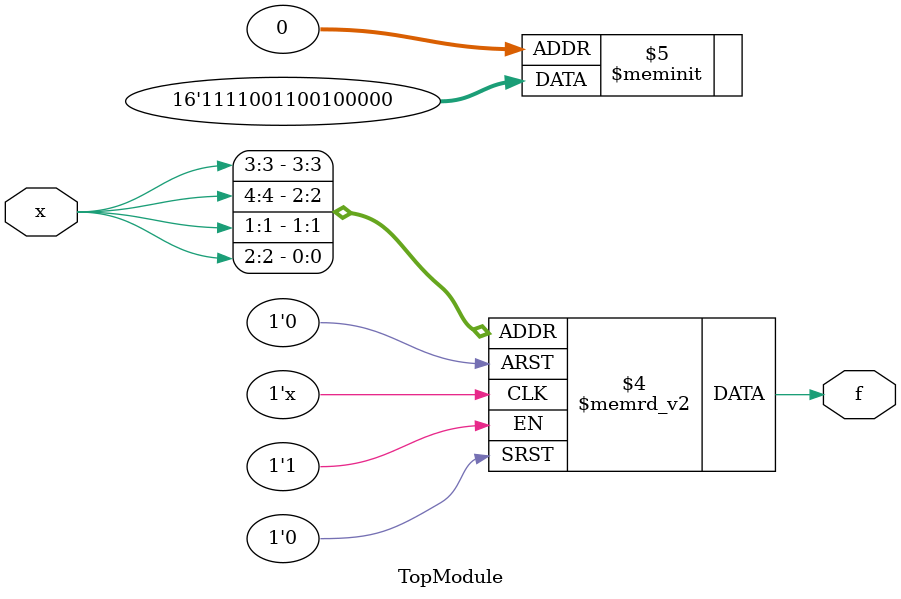
<source format=sv>

module TopModule (
  input [4:1] x,
  output logic f
);
always @(*) begin
    case ({x[3], x[4], x[1], x[2]})
        4'b0000: f = 1'b0; // d -> 0
        4'b0001: f = 1'b0;
        4'b0010: f = 1'b0; // d -> 0
        4'b0011: f = 1'b0; // d -> 0
        4'b0100: f = 1'b0;
        4'b0101: f = 1'b1; // d -> 1
        4'b0110: f = 1'b0;
        4'b0111: f = 1'b0; // d -> 0
        4'b1000: f = 1'b1;
        4'b1001: f = 1'b1;
        4'b1010: f = 1'b0; // d -> 0
        4'b1011: f = 1'b0; // d -> 0
        4'b1100: f = 1'b1;
        4'b1101: f = 1'b1;
        4'b1110: f = 1'b1; // d -> 1
        4'b1111: f = 1'b1; // d -> 1
        default: f = 1'b0;
    endcase
end
endmodule

</source>
